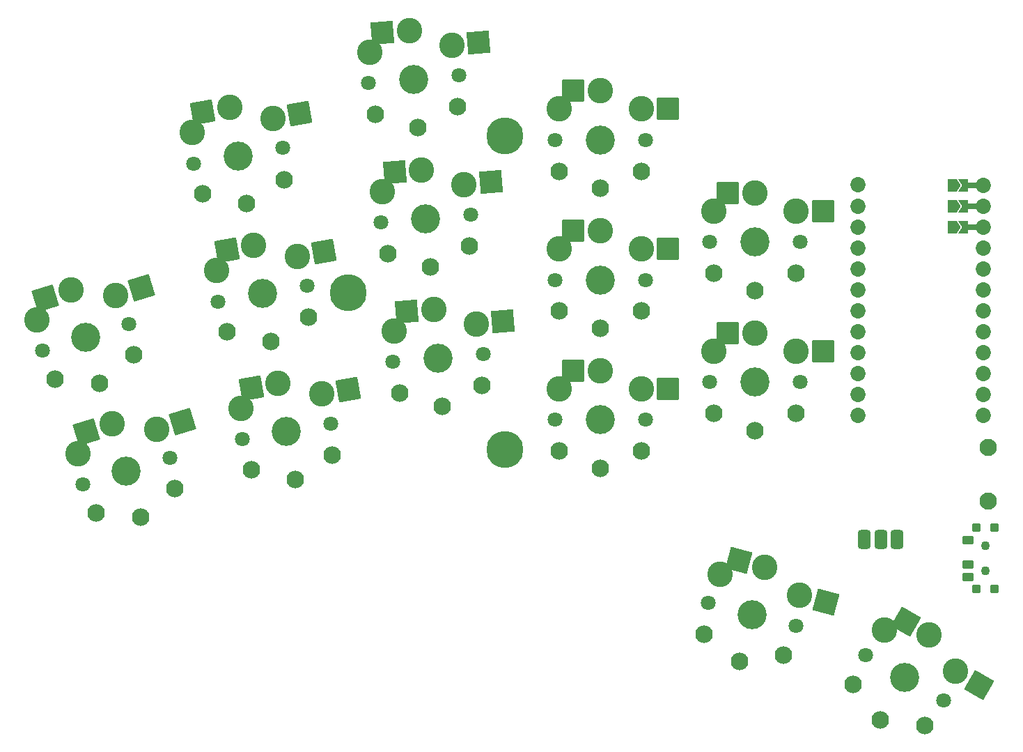
<source format=gbs>
%TF.GenerationSoftware,KiCad,Pcbnew,(6.0.4)*%
%TF.CreationDate,2022-05-14T00:01:53+02:00*%
%TF.ProjectId,battoota,62617474-6f6f-4746-912e-6b696361645f,v1.0.0*%
%TF.SameCoordinates,Original*%
%TF.FileFunction,Soldermask,Bot*%
%TF.FilePolarity,Negative*%
%FSLAX46Y46*%
G04 Gerber Fmt 4.6, Leading zero omitted, Abs format (unit mm)*
G04 Created by KiCad (PCBNEW (6.0.4)) date 2022-05-14 00:01:53*
%MOMM*%
%LPD*%
G01*
G04 APERTURE LIST*
G04 Aperture macros list*
%AMRoundRect*
0 Rectangle with rounded corners*
0 $1 Rounding radius*
0 $2 $3 $4 $5 $6 $7 $8 $9 X,Y pos of 4 corners*
0 Add a 4 corners polygon primitive as box body*
4,1,4,$2,$3,$4,$5,$6,$7,$8,$9,$2,$3,0*
0 Add four circle primitives for the rounded corners*
1,1,$1+$1,$2,$3*
1,1,$1+$1,$4,$5*
1,1,$1+$1,$6,$7*
1,1,$1+$1,$8,$9*
0 Add four rect primitives between the rounded corners*
20,1,$1+$1,$2,$3,$4,$5,0*
20,1,$1+$1,$4,$5,$6,$7,0*
20,1,$1+$1,$6,$7,$8,$9,0*
20,1,$1+$1,$8,$9,$2,$3,0*%
%AMFreePoly0*
4,1,16,0.685355,0.785355,0.700000,0.750000,0.691603,0.722265,0.210093,0.000000,0.691603,-0.722265,0.699029,-0.759806,0.677735,-0.791603,0.650000,-0.800000,-0.500000,-0.800000,-0.535355,-0.785355,-0.550000,-0.750000,-0.550000,0.750000,-0.535355,0.785355,-0.500000,0.800000,0.650000,0.800000,0.685355,0.785355,0.685355,0.785355,$1*%
%AMFreePoly1*
4,1,16,0.535355,0.785355,0.550000,0.750000,0.550000,-0.750000,0.535355,-0.785355,0.500000,-0.800000,-0.500000,-0.800000,-0.535355,-0.785355,-0.541603,-0.777735,-1.041603,-0.027735,-1.049029,0.009806,-1.041603,0.027735,-0.541603,0.777735,-0.509806,0.799029,-0.500000,0.800000,0.500000,0.800000,0.535355,0.785355,0.535355,0.785355,$1*%
G04 Aperture macros list end*
%ADD10RoundRect,0.425000X-0.375000X-0.750000X0.375000X-0.750000X0.375000X0.750000X-0.375000X0.750000X0*%
%ADD11C,2.100000*%
%ADD12C,3.100000*%
%ADD13C,1.801800*%
%ADD14C,3.529000*%
%ADD15RoundRect,0.050000X-1.054507X-1.505993X1.505993X-1.054507X1.054507X1.505993X-1.505993X1.054507X0*%
%ADD16C,2.132000*%
%ADD17RoundRect,0.050000X-1.181751X-1.408356X1.408356X-1.181751X1.181751X1.408356X-1.408356X1.181751X0*%
%ADD18RoundRect,0.050000X-1.300000X-1.300000X1.300000X-1.300000X1.300000X1.300000X-1.300000X1.300000X0*%
%ADD19RoundRect,0.050000X-1.775833X-0.475833X0.475833X-1.775833X1.775833X0.475833X-0.475833X1.775833X0*%
%ADD20RoundRect,0.050000X-0.450000X0.450000X-0.450000X-0.450000X0.450000X-0.450000X0.450000X0.450000X0*%
%ADD21C,1.100000*%
%ADD22RoundRect,0.050000X-0.625000X0.450000X-0.625000X-0.450000X0.625000X-0.450000X0.625000X0.450000X0*%
%ADD23RoundRect,0.050000X-0.863113X-1.623279X1.623279X-0.863113X0.863113X1.623279X-1.623279X0.863113X0*%
%ADD24RoundRect,0.050000X-1.592168X-0.919239X0.919239X-1.592168X1.592168X0.919239X-0.919239X1.592168X0*%
%ADD25C,1.852600*%
%ADD26FreePoly0,180.000000*%
%ADD27RoundRect,0.050000X-0.762000X0.250000X-0.762000X-0.250000X0.762000X-0.250000X0.762000X0.250000X0*%
%ADD28FreePoly1,180.000000*%
%ADD29C,4.500000*%
G04 APERTURE END LIST*
D10*
%TO.C,PAD1*%
X151545396Y58163682D03*
X149545396Y58163682D03*
X147545396Y58163682D03*
%TD*%
D11*
%TO.C,B1*%
X162560000Y69290000D03*
X162560000Y62790000D03*
%TD*%
D12*
%TO.C,S11*%
X75659968Y109306337D03*
X70353903Y110604673D03*
X70353903Y110604673D03*
D13*
X65970667Y103790002D03*
D12*
X65811891Y107569855D03*
D14*
X71387110Y104745067D03*
D13*
X76803553Y105700132D03*
D15*
X67128658Y110035975D03*
X78885213Y109875035D03*
%TD*%
D13*
%TO.C,S34*%
X157191785Y38610213D03*
D14*
X152428645Y41360213D03*
D13*
X147665505Y44110213D03*
D16*
X146198518Y40569316D03*
X154858772Y35569316D03*
X149478645Y36250663D03*
X149478645Y36250663D03*
%TD*%
D14*
%TO.C,S15*%
X94221643Y97114167D03*
D13*
X99700714Y97593524D03*
D12*
X98875782Y101285676D03*
X93703066Y103041525D03*
X93703066Y103041525D03*
X88913835Y100414118D03*
D13*
X88742572Y96634810D03*
D17*
X90440529Y102756090D03*
X102138320Y101571111D03*
%TD*%
D12*
%TO.C,S21*%
X115411087Y95636017D03*
D13*
X109911087Y89686017D03*
D12*
X115411087Y95636017D03*
X120411087Y93436017D03*
D13*
X120911087Y89686017D03*
D12*
X110411087Y93436017D03*
D14*
X115411087Y89686017D03*
D18*
X112136087Y95636017D03*
X123686087Y93436017D03*
%TD*%
D13*
%TO.C,S8*%
X71874705Y70306538D03*
X82707591Y72216668D03*
D14*
X77291148Y71261603D03*
D16*
X73026972Y66651093D03*
X82875050Y68387574D03*
X78315672Y65451237D03*
X78315672Y65451237D03*
%TD*%
D14*
%TO.C,S14*%
X95703291Y80178857D03*
D13*
X101182362Y80658214D03*
X90224220Y79699500D03*
D16*
X91053509Y75957538D03*
X101015456Y76829096D03*
X96217510Y74301308D03*
X96217510Y74301308D03*
%TD*%
D14*
%TO.C,S20*%
X115411087Y72686017D03*
D13*
X109911087Y72686017D03*
X120911087Y72686017D03*
D16*
X120411087Y68886017D03*
X110411087Y68886017D03*
X115411087Y66786017D03*
X115411087Y66786017D03*
%TD*%
D13*
%TO.C,S28*%
X128718280Y77278852D03*
X139718280Y77278852D03*
D14*
X134218280Y77278852D03*
D16*
X129218280Y73478852D03*
X139218280Y73478852D03*
X134218280Y71378852D03*
X134218280Y71378852D03*
%TD*%
D12*
%TO.C,S29*%
X134218280Y100228852D03*
X134218280Y100228852D03*
D13*
X139718280Y94278852D03*
D14*
X134218280Y94278852D03*
D12*
X139218280Y98028852D03*
X129218280Y98028852D03*
D13*
X128718280Y94278852D03*
D18*
X130943280Y100228852D03*
X142493280Y98028852D03*
%TD*%
D14*
%TO.C,S33*%
X152428645Y41360213D03*
D12*
X155403645Y46513064D03*
X149973518Y47107808D03*
D13*
X147665505Y44110213D03*
D12*
X155403645Y46513064D03*
X158633772Y42107808D03*
D13*
X157191785Y38610213D03*
D19*
X152567412Y48150564D03*
X161470005Y40470308D03*
%TD*%
D12*
%TO.C,S7*%
X71715929Y74086391D03*
X81564006Y75822873D03*
X76257941Y77121209D03*
D13*
X71874705Y70306538D03*
D12*
X76257941Y77121209D03*
D13*
X82707591Y72216668D03*
D14*
X77291148Y71261603D03*
D15*
X73032696Y76552511D03*
X84789251Y76391571D03*
%TD*%
D20*
%TO.C,T2*%
X163342148Y52149495D03*
X163342148Y59549495D03*
X161142148Y52149495D03*
X161142148Y59549495D03*
D21*
X162242148Y57349495D03*
X162242148Y54349495D03*
D22*
X160167148Y58099495D03*
X160167148Y55099495D03*
X160167148Y53599495D03*
%TD*%
D14*
%TO.C,S5*%
X52842259Y82729963D03*
D13*
X58101935Y84338007D03*
D12*
X51102647Y88419976D03*
X51102647Y88419976D03*
D13*
X47582583Y81121919D03*
D12*
X46964341Y84854247D03*
X56527389Y87777964D03*
D23*
X47970749Y87462459D03*
X59659287Y88735482D03*
%TD*%
D12*
%TO.C,S27*%
X129218280Y81028852D03*
D13*
X139718280Y77278852D03*
D14*
X134218280Y77278852D03*
D12*
X139218280Y81028852D03*
X134218280Y83228852D03*
X134218280Y83228852D03*
D13*
X128718280Y77278852D03*
D18*
X130943280Y83228852D03*
X142493280Y81028852D03*
%TD*%
D12*
%TO.C,S9*%
X68763910Y90828123D03*
D14*
X74339129Y88003335D03*
D12*
X73305922Y93862941D03*
X78611987Y92564605D03*
D13*
X68922686Y87048270D03*
D12*
X73305922Y93862941D03*
D13*
X79755572Y88958400D03*
D15*
X70080677Y93294243D03*
X81837232Y93133303D03*
%TD*%
D13*
%TO.C,S16*%
X99700714Y97593524D03*
D14*
X94221643Y97114167D03*
D13*
X88742572Y96634810D03*
D16*
X99533808Y93764406D03*
X89571861Y92892848D03*
X94735862Y91236618D03*
X94735862Y91236618D03*
%TD*%
D13*
%TO.C,S30*%
X139718280Y94278852D03*
X128718280Y94278852D03*
D14*
X134218280Y94278852D03*
D16*
X139218280Y90478852D03*
X129218280Y90478852D03*
X134218280Y88378852D03*
X134218280Y88378852D03*
%TD*%
D13*
%TO.C,S13*%
X90224220Y79699500D03*
X101182362Y80658214D03*
D14*
X95703291Y80178857D03*
D12*
X95184714Y86106215D03*
X100357430Y84350366D03*
X95184714Y86106215D03*
X90395483Y83478808D03*
D17*
X91922177Y85820780D03*
X103619968Y84635801D03*
%TD*%
D13*
%TO.C,S24*%
X109911087Y106686017D03*
X120911087Y106686017D03*
D14*
X115411087Y106686017D03*
D16*
X110411087Y102886017D03*
X120411087Y102886017D03*
X115411087Y100786017D03*
X115411087Y100786017D03*
%TD*%
D13*
%TO.C,S17*%
X87260925Y113570120D03*
D14*
X92739996Y114049477D03*
D13*
X98219067Y114528834D03*
D12*
X87432188Y117349428D03*
X97394135Y118220986D03*
X92221419Y119976835D03*
X92221419Y119976835D03*
D17*
X88958882Y119691400D03*
X100656673Y118506421D03*
%TD*%
D13*
%TO.C,S4*%
X52552902Y64864738D03*
X63072254Y68080826D03*
D14*
X57812578Y66472782D03*
D16*
X54142067Y61376965D03*
X63705114Y64300682D03*
X59537571Y60830584D03*
X59537571Y60830584D03*
%TD*%
D13*
%TO.C,S10*%
X79755572Y88958400D03*
X68922686Y87048270D03*
D14*
X74339129Y88003335D03*
D16*
X70074953Y83392825D03*
X79923031Y85129306D03*
X75363653Y82192969D03*
X75363653Y82192969D03*
%TD*%
D13*
%TO.C,S22*%
X109911087Y89686017D03*
X120911087Y89686017D03*
D14*
X115411087Y89686017D03*
D16*
X110411087Y85886017D03*
X120411087Y85886017D03*
X115411087Y83786017D03*
X115411087Y83786017D03*
%TD*%
D14*
%TO.C,S31*%
X133891046Y49038738D03*
D13*
X128578454Y50462243D03*
D12*
X135431019Y54785997D03*
X139691247Y51366865D03*
X135431019Y54785997D03*
X130031988Y53955055D03*
D13*
X139203638Y47615233D03*
D24*
X132267612Y55633629D03*
X142854654Y50519232D03*
%TD*%
D25*
%TO.C,MCU1*%
X161977213Y98602542D03*
D26*
X159643690Y98602542D03*
D25*
X161977213Y96062542D03*
D27*
X160593690Y101142542D03*
D25*
X146737213Y96062542D03*
D27*
X160593690Y98602542D03*
X160593690Y96062542D03*
D26*
X159643690Y96062542D03*
X159643690Y101142542D03*
D25*
X146737213Y101226288D03*
X161977213Y101142542D03*
X146737213Y98602542D03*
D28*
X158193690Y101142542D03*
X158193690Y98602542D03*
X158193690Y96062542D03*
D25*
X146737213Y93522542D03*
X146737213Y90982542D03*
X146737213Y88442542D03*
X146737213Y85902542D03*
X146737213Y83362542D03*
X146737213Y80822542D03*
X146737213Y78282542D03*
X146737213Y75742542D03*
X146737213Y73202542D03*
X161977213Y93522542D03*
X161977213Y90982542D03*
X161977213Y88442542D03*
X161977213Y85902542D03*
X161977213Y83362542D03*
X161977213Y80822542D03*
X161977213Y78282542D03*
X161977213Y75742542D03*
X161977213Y73202542D03*
%TD*%
D13*
%TO.C,S3*%
X52552902Y64864738D03*
D12*
X51934660Y68597066D03*
D14*
X57812578Y66472782D03*
D12*
X61497708Y71520783D03*
X56072966Y72162795D03*
X56072966Y72162795D03*
D13*
X63072254Y68080826D03*
D23*
X52941068Y71205278D03*
X64629606Y72478301D03*
%TD*%
D13*
%TO.C,S32*%
X139203638Y47615233D03*
D14*
X133891046Y49038738D03*
D13*
X128578454Y50462243D03*
D16*
X137737163Y44074125D03*
X128077904Y46662315D03*
X132364014Y43339776D03*
X132364014Y43339776D03*
%TD*%
D29*
%TO.C,REF\u002A\u002A*%
X84747220Y88141427D03*
X103797220Y69091427D03*
X103797220Y107191427D03*
%TD*%
D14*
%TO.C,S12*%
X71387110Y104745067D03*
D13*
X65970667Y103790002D03*
X76803553Y105700132D03*
D16*
X76971012Y101871038D03*
X67122934Y100134557D03*
X72411634Y98934701D03*
X72411634Y98934701D03*
%TD*%
D14*
%TO.C,S23*%
X115411087Y106686017D03*
D13*
X120911087Y106686017D03*
D12*
X115411087Y112636017D03*
X115411087Y112636017D03*
X110411087Y110436017D03*
X120411087Y110436017D03*
D13*
X109911087Y106686017D03*
D18*
X112136087Y112636017D03*
X123686087Y110436017D03*
%TD*%
D13*
%TO.C,S6*%
X47582583Y81121919D03*
X58101935Y84338007D03*
D14*
X52842259Y82729963D03*
D16*
X49171748Y77634146D03*
X58734795Y80557863D03*
X54567252Y77087765D03*
X54567252Y77087765D03*
%TD*%
D14*
%TO.C,S19*%
X115411087Y72686017D03*
D12*
X115411087Y78636017D03*
X110411087Y76436017D03*
D13*
X120911087Y72686017D03*
X109911087Y72686017D03*
D12*
X120411087Y76436017D03*
X115411087Y78636017D03*
D18*
X112136087Y78636017D03*
X123686087Y76436017D03*
%TD*%
D13*
%TO.C,S18*%
X98219067Y114528834D03*
D14*
X92739996Y114049477D03*
D13*
X87260925Y113570120D03*
D16*
X88090214Y109828158D03*
X98052161Y110699716D03*
X93254215Y108171928D03*
X93254215Y108171928D03*
%TD*%
M02*

</source>
